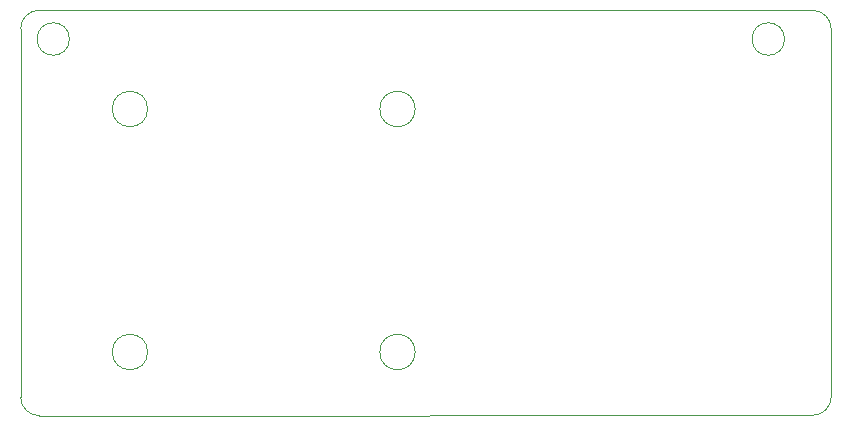
<source format=gbr>
%TF.GenerationSoftware,KiCad,Pcbnew,9.0.0*%
%TF.CreationDate,2025-08-04T08:15:32-07:00*%
%TF.ProjectId,flatchord,666c6174-6368-46f7-9264-2e6b69636164,rev?*%
%TF.SameCoordinates,Original*%
%TF.FileFunction,Profile,NP*%
%FSLAX46Y46*%
G04 Gerber Fmt 4.6, Leading zero omitted, Abs format (unit mm)*
G04 Created by KiCad (PCBNEW 9.0.0) date 2025-08-04 08:15:32*
%MOMM*%
%LPD*%
G01*
G04 APERTURE LIST*
%TA.AperFunction,Profile*%
%ADD10C,0.050000*%
%TD*%
G04 APERTURE END LIST*
D10*
X236369826Y-67220100D02*
X236369826Y-98379882D01*
X232420000Y-68080000D02*
G75*
G02*
X229670000Y-68080000I-1375000J0D01*
G01*
X229670000Y-68080000D02*
G75*
G02*
X232420000Y-68080000I1375000J0D01*
G01*
X171880000Y-68080000D02*
G75*
G02*
X169130000Y-68080000I-1375000J0D01*
G01*
X169130000Y-68080000D02*
G75*
G02*
X171880000Y-68080000I1375000J0D01*
G01*
X167740174Y-67210118D02*
G75*
G02*
X169310118Y-65640174I1569926J18D01*
G01*
X234799882Y-65650174D02*
G75*
G02*
X236369826Y-67220118I18J-1569926D01*
G01*
X234809900Y-99939826D02*
X169320126Y-99959794D01*
X234799900Y-65650174D02*
X169310118Y-65640174D01*
X169320126Y-99959794D02*
G75*
G02*
X167740174Y-98389882I-10026J1569894D01*
G01*
X167740174Y-98389882D02*
X167740174Y-67210118D01*
X236369826Y-98379882D02*
G75*
G02*
X234809882Y-99939826I-1559926J-18D01*
G01*
%TO.C,J1*%
X178497500Y-74005000D02*
G75*
G02*
X175497500Y-74005000I-1500000J0D01*
G01*
X175497500Y-74005000D02*
G75*
G02*
X178497500Y-74005000I1500000J0D01*
G01*
X178497500Y-94580000D02*
G75*
G02*
X175497500Y-94580000I-1500000J0D01*
G01*
X175497500Y-94580000D02*
G75*
G02*
X178497500Y-94580000I1500000J0D01*
G01*
X201147500Y-74005000D02*
G75*
G02*
X198147500Y-74005000I-1500000J0D01*
G01*
X198147500Y-74005000D02*
G75*
G02*
X201147500Y-74005000I1500000J0D01*
G01*
X201147500Y-94580000D02*
G75*
G02*
X198147500Y-94580000I-1500000J0D01*
G01*
X198147500Y-94580000D02*
G75*
G02*
X201147500Y-94580000I1500000J0D01*
G01*
%TD*%
M02*

</source>
